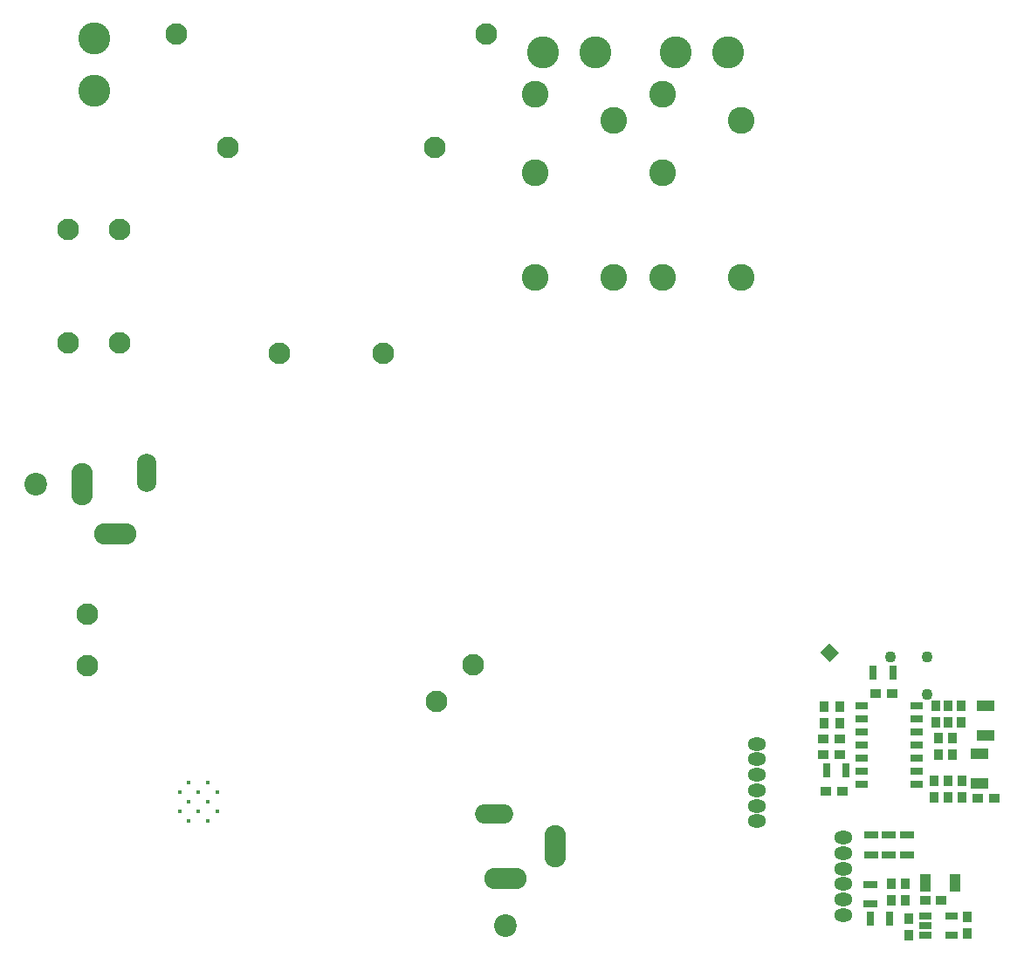
<source format=gbs>
G04*
G04 #@! TF.GenerationSoftware,Altium Limited,Altium Designer,20.0.10 (225)*
G04*
G04 Layer_Color=16711935*
%FSLAX25Y25*%
%MOIN*%
G70*
G01*
G75*
%ADD55R,0.03150X0.05512*%
%ADD56R,0.04194X0.03494*%
%ADD59R,0.03494X0.04194*%
%ADD61R,0.05512X0.03150*%
%ADD89O,0.07087X0.05118*%
%ADD90C,0.04331*%
%ADD91C,0.08268*%
%ADD92C,0.12205*%
%ADD93C,0.10236*%
%ADD94C,0.01575*%
%ADD95C,0.00394*%
%ADD96O,0.14567X0.07480*%
%ADD97O,0.08268X0.16142*%
%ADD98O,0.16142X0.08268*%
%ADD99C,0.08661*%
%ADD100O,0.07480X0.14567*%
%ADD203R,0.05039X0.02677*%
%ADD204R,0.06693X0.03937*%
%ADD205R,0.03937X0.06693*%
%ADD206R,0.04724X0.02756*%
G36*
X308760Y120768D02*
X305217Y117224D01*
X308760Y113681D01*
X312303Y117224D01*
X308760Y120768D01*
D02*
G37*
D55*
X332874Y109449D02*
D03*
X325394D02*
D03*
X307677Y72047D02*
D03*
X315158D02*
D03*
X324213Y15354D02*
D03*
X331693D02*
D03*
D56*
X326377Y101575D02*
D03*
X332677D02*
D03*
X351477Y22441D02*
D03*
X345177D02*
D03*
X307480Y64173D02*
D03*
X313780D02*
D03*
X306299Y78347D02*
D03*
X312599D02*
D03*
X306298Y84252D02*
D03*
X312598D02*
D03*
X371654Y61417D02*
D03*
X365354D02*
D03*
D59*
X349213Y90551D02*
D03*
Y96851D02*
D03*
X353937Y90551D02*
D03*
Y96851D02*
D03*
X359055D02*
D03*
Y90551D02*
D03*
X355512Y84646D02*
D03*
Y78346D02*
D03*
X306693Y96457D02*
D03*
Y90157D02*
D03*
X312598Y90156D02*
D03*
Y96456D02*
D03*
X361319Y16142D02*
D03*
Y9842D02*
D03*
X338878Y9054D02*
D03*
Y15354D02*
D03*
X332185Y22440D02*
D03*
Y28740D02*
D03*
X337697Y22440D02*
D03*
Y28740D02*
D03*
X348783Y61751D02*
D03*
Y68051D02*
D03*
X353937Y68110D02*
D03*
Y61810D02*
D03*
X359449D02*
D03*
Y68110D02*
D03*
X350394Y84646D02*
D03*
Y78346D02*
D03*
D61*
X324409Y21063D02*
D03*
Y28543D02*
D03*
X324803Y39961D02*
D03*
Y47441D02*
D03*
X331496Y39961D02*
D03*
Y47441D02*
D03*
X338189Y39961D02*
D03*
Y47441D02*
D03*
D89*
X314173Y16929D02*
D03*
Y22835D02*
D03*
Y28740D02*
D03*
Y34646D02*
D03*
Y40551D02*
D03*
Y46457D02*
D03*
X281102Y82284D02*
D03*
Y76378D02*
D03*
Y70472D02*
D03*
Y64567D02*
D03*
Y58661D02*
D03*
Y52756D02*
D03*
D90*
X346063Y101181D02*
D03*
Y115354D02*
D03*
X331890D02*
D03*
D91*
X158788Y98552D02*
D03*
X172708Y112471D02*
D03*
X18126Y235665D02*
D03*
X37811D02*
D03*
X18110Y278740D02*
D03*
X37795D02*
D03*
X157874Y310236D02*
D03*
X79134D02*
D03*
X138189Y231496D02*
D03*
X98819D02*
D03*
X177559Y353543D02*
D03*
X59449D02*
D03*
X25469Y132008D02*
D03*
Y112323D02*
D03*
D92*
X249965Y346665D02*
D03*
X269965D02*
D03*
X199465D02*
D03*
X219465D02*
D03*
X27953Y331732D02*
D03*
Y351732D02*
D03*
D93*
X244965Y330665D02*
D03*
X274965Y320665D02*
D03*
Y260665D02*
D03*
X244965Y300665D02*
D03*
Y260665D02*
D03*
X196465Y330665D02*
D03*
X226465Y320665D02*
D03*
Y260665D02*
D03*
X196465Y300665D02*
D03*
Y260665D02*
D03*
D94*
X75012Y63841D02*
D03*
Y56616D02*
D03*
X71400Y67453D02*
D03*
Y60228D02*
D03*
Y53004D02*
D03*
X67787Y63841D02*
D03*
Y56616D02*
D03*
X64175Y67453D02*
D03*
Y60228D02*
D03*
Y53004D02*
D03*
X60563Y63841D02*
D03*
Y56616D02*
D03*
D95*
X121063Y11165D02*
D03*
X132874D02*
D03*
D96*
X180709Y55512D02*
D03*
D97*
X203937Y43307D02*
D03*
X23370Y181563D02*
D03*
D98*
X185039Y30709D02*
D03*
X35969Y162665D02*
D03*
D99*
X185039Y12992D02*
D03*
X5654Y181563D02*
D03*
D100*
X48173Y185894D02*
D03*
D203*
X341968Y96890D02*
D03*
Y91890D02*
D03*
Y86890D02*
D03*
Y81890D02*
D03*
Y76890D02*
D03*
Y71890D02*
D03*
Y66890D02*
D03*
X321024Y96890D02*
D03*
Y91890D02*
D03*
Y86890D02*
D03*
Y81890D02*
D03*
Y76890D02*
D03*
Y71890D02*
D03*
Y66890D02*
D03*
D204*
X368504Y85433D02*
D03*
Y96850D02*
D03*
X366142Y78543D02*
D03*
Y67126D02*
D03*
D205*
X345177Y29134D02*
D03*
X356594D02*
D03*
D206*
X355413Y9055D02*
D03*
Y16535D02*
D03*
X345177D02*
D03*
Y12795D02*
D03*
Y9055D02*
D03*
M02*

</source>
